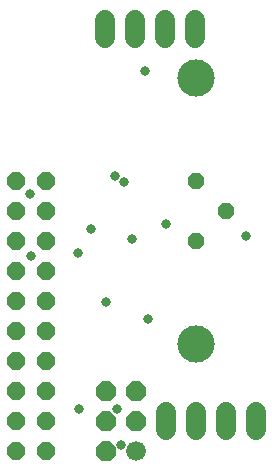
<source format=gbs>
G75*
%MOIN*%
%OFA0B0*%
%FSLAX24Y24*%
%IPPOS*%
%LPD*%
%AMOC8*
5,1,8,0,0,1.08239X$1,22.5*
%
%ADD10C,0.1241*%
%ADD11C,0.0660*%
%ADD12C,0.0660*%
%ADD13OC8,0.0660*%
%ADD14OC8,0.0600*%
%ADD15OC8,0.0540*%
%ADD16C,0.0330*%
D10*
X007650Y004285D03*
X007650Y013144D03*
D11*
X007600Y014464D02*
X007600Y015064D01*
X006600Y015064D02*
X006600Y014464D01*
X005600Y014464D02*
X005600Y015064D01*
X004600Y015064D02*
X004600Y014464D01*
X006650Y002014D02*
X006650Y001414D01*
X007650Y001414D02*
X007650Y002014D01*
X008650Y002014D02*
X008650Y001414D01*
X009650Y001414D02*
X009650Y002014D01*
D12*
X005650Y000714D03*
D13*
X005650Y001714D03*
X005650Y002714D03*
X004650Y002714D03*
X004650Y001714D03*
X004650Y000714D03*
D14*
X001650Y000714D03*
X001650Y001714D03*
X001650Y002714D03*
X001650Y003714D03*
X001650Y004714D03*
X001650Y005714D03*
X001650Y006714D03*
X001650Y007714D03*
X001650Y008714D03*
X001650Y009714D03*
X002650Y009714D03*
X002650Y008714D03*
X002650Y007714D03*
X002650Y006714D03*
X002650Y005714D03*
X002650Y004714D03*
X002650Y003714D03*
X002650Y002714D03*
X002650Y001714D03*
X002650Y000714D03*
D15*
X007650Y007714D03*
X008650Y008714D03*
X007650Y009714D03*
D16*
X006650Y008264D03*
X005500Y007764D03*
X005250Y009664D03*
X004950Y009864D03*
X004150Y008114D03*
X003700Y007314D03*
X004650Y005664D03*
X006050Y005114D03*
X005000Y002114D03*
X005150Y000914D03*
X003750Y002114D03*
X002150Y007214D03*
X002100Y009264D03*
X005950Y013364D03*
X009300Y007864D03*
M02*

</source>
